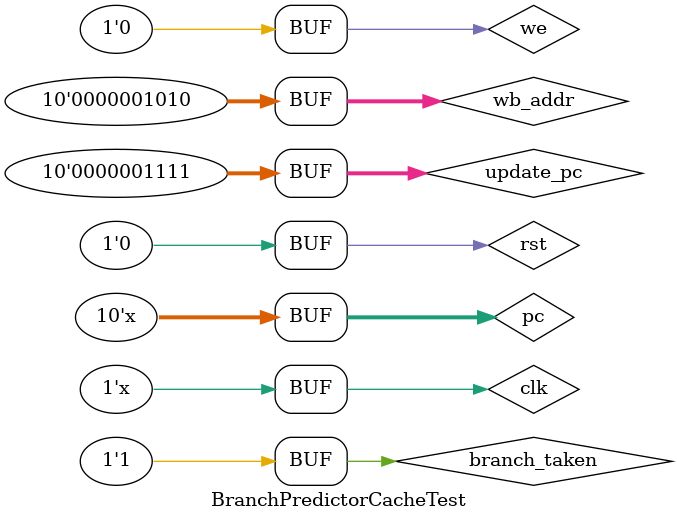
<source format=sv>
`timescale 1ns / 1ps


module BranchPredictorCacheTest(
    );

    reg clk = 1'b1;
    reg rst = 0;
    reg [9:0] pc = 0;
    reg [9:0] update_pc = 0;
    reg we = 0;
    reg branch_taken = 0;
    reg [9:0] wb_addr = 0;
    wire read_hit;
    wire [2:0] update_history;
    wire [2:0] read_history;
    wire evict;
    wire [9:0] jump_addr;

    Cache myCache(
        .rst(rst),
        .clk(clk),
        .we(we),
        .branch_taken(branch_taken),
        .wb_addr(wb_addr), // place to jump to
        .pc(pc),
        .update_pc(update_pc), // read index
        .read_history(read_history),
        .jump_addr(jump_addr),
        .read_hit(read_hit),
        .update_history(update_history),
        .evict(evict)
    );


    always begin #1
        clk <= ~clk;
    end
    always begin #10
      pc = pc + 1;
    end
    initial begin
        #1
        rst = 1;
        wb_addr = 10'h00A;
        update_pc = 10'h00F;
        #2
        rst = 0;
        #2
        we = 1;
        branch_taken = 1;
        #2
        we = 0;
        #2
        we = 1;
        #2
        we = 0;
        #3000;
    end
endmodule

</source>
